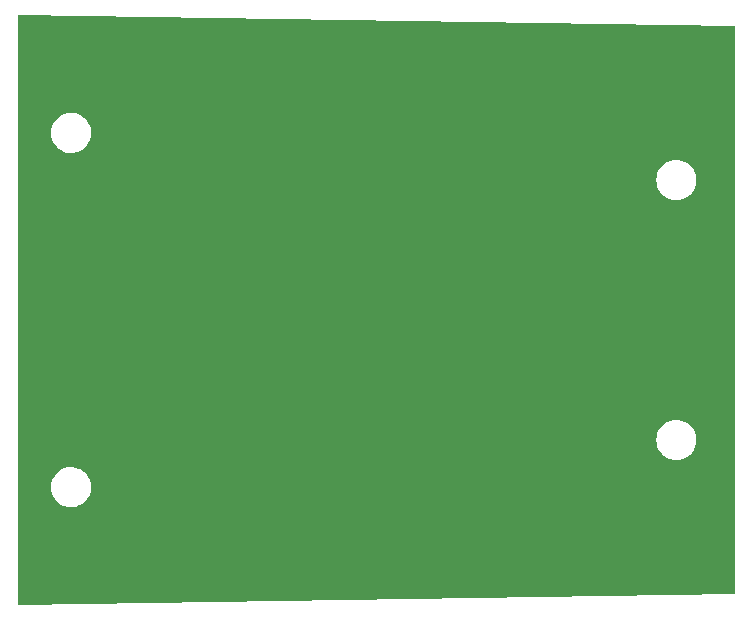
<source format=gbr>
%TF.GenerationSoftware,KiCad,Pcbnew,8.0.0-rc3*%
%TF.CreationDate,2024-02-21T00:17:18-08:00*%
%TF.ProjectId,hb100_horn_vertical_wall,68623130-305f-4686-9f72-6e5f76657274,rev?*%
%TF.SameCoordinates,Original*%
%TF.FileFunction,Copper,L1,Top*%
%TF.FilePolarity,Positive*%
%FSLAX46Y46*%
G04 Gerber Fmt 4.6, Leading zero omitted, Abs format (unit mm)*
G04 Created by KiCad (PCBNEW 8.0.0-rc3) date 2024-02-21 00:17:18*
%MOMM*%
%LPD*%
G01*
G04 APERTURE LIST*
G04 APERTURE END LIST*
%TA.AperFunction,NonConductor*%
G36*
X97377925Y-33385997D02*
G01*
X97444650Y-33406721D01*
X97489579Y-33460229D01*
X97499998Y-33509982D01*
X97499999Y-81377911D01*
X97480314Y-81444950D01*
X97427510Y-81490705D01*
X97377926Y-81501896D01*
X36878498Y-82441991D01*
X36811160Y-82423350D01*
X36764591Y-82371264D01*
X36752571Y-82318006D01*
X36752571Y-72443947D01*
X39550071Y-72443947D01*
X39570023Y-72703831D01*
X39570023Y-72703836D01*
X39629412Y-72957624D01*
X39629413Y-72957629D01*
X39726849Y-73199382D01*
X39726853Y-73199388D01*
X39860046Y-73423428D01*
X40025883Y-73624517D01*
X40127366Y-73714958D01*
X40220471Y-73797933D01*
X40220479Y-73797940D01*
X40439248Y-73939613D01*
X40439256Y-73939617D01*
X40677095Y-74046238D01*
X40677097Y-74046239D01*
X40787433Y-74076559D01*
X40928431Y-74115307D01*
X41187362Y-74145199D01*
X41447821Y-74135216D01*
X41703703Y-74085590D01*
X41703706Y-74085589D01*
X41949007Y-73997488D01*
X41949008Y-73997487D01*
X41949012Y-73997486D01*
X42177997Y-73872968D01*
X42385290Y-73714955D01*
X42566033Y-73527151D01*
X42715991Y-73313957D01*
X42831646Y-73080371D01*
X42910290Y-72831868D01*
X42950078Y-72574272D01*
X42952572Y-72443947D01*
X42950078Y-72313622D01*
X42910290Y-72056026D01*
X42831646Y-71807523D01*
X42715991Y-71573937D01*
X42566033Y-71360743D01*
X42385290Y-71172939D01*
X42177997Y-71014926D01*
X42048072Y-70944275D01*
X41949007Y-70890405D01*
X41703706Y-70802304D01*
X41447821Y-70752677D01*
X41187362Y-70742695D01*
X40928429Y-70772587D01*
X40928425Y-70772588D01*
X40677097Y-70841654D01*
X40677095Y-70841655D01*
X40439256Y-70948276D01*
X40439248Y-70948280D01*
X40220479Y-71089953D01*
X40220471Y-71089960D01*
X40025881Y-71263378D01*
X39860045Y-71464467D01*
X39726853Y-71688505D01*
X39726849Y-71688511D01*
X39629413Y-71930264D01*
X39629412Y-71930269D01*
X39570023Y-72184057D01*
X39570023Y-72184062D01*
X39550071Y-72443944D01*
X39550071Y-72443947D01*
X36752571Y-72443947D01*
X36752571Y-68443949D01*
X90797500Y-68443949D01*
X90817452Y-68703832D01*
X90817452Y-68703837D01*
X90876841Y-68957625D01*
X90876842Y-68957630D01*
X90974278Y-69199383D01*
X90974282Y-69199389D01*
X91107475Y-69423429D01*
X91273311Y-69624517D01*
X91374794Y-69714958D01*
X91467900Y-69797934D01*
X91467909Y-69797941D01*
X91686675Y-69939613D01*
X91686679Y-69939614D01*
X91686681Y-69939616D01*
X91924525Y-70046239D01*
X91924526Y-70046239D01*
X91924528Y-70046240D01*
X92008302Y-70069261D01*
X92175858Y-70115307D01*
X92434789Y-70145199D01*
X92695247Y-70135216D01*
X92951130Y-70085590D01*
X93196438Y-69997486D01*
X93425422Y-69872968D01*
X93632716Y-69714955D01*
X93813459Y-69527151D01*
X93963416Y-69313958D01*
X94079071Y-69080372D01*
X94157715Y-68831869D01*
X94197503Y-68574274D01*
X94199997Y-68443949D01*
X94197503Y-68313624D01*
X94157715Y-68056029D01*
X94079071Y-67807526D01*
X93963416Y-67573940D01*
X93813459Y-67360747D01*
X93632716Y-67172943D01*
X93632711Y-67172939D01*
X93425423Y-67014930D01*
X93425418Y-67014927D01*
X93196442Y-66890413D01*
X93196435Y-66890410D01*
X92951133Y-66802308D01*
X92695243Y-66752681D01*
X92695248Y-66752681D01*
X92434789Y-66742699D01*
X92175856Y-66772591D01*
X92175852Y-66772592D01*
X91924528Y-66841657D01*
X91686675Y-66948284D01*
X91467909Y-67089956D01*
X91467900Y-67089963D01*
X91273310Y-67263382D01*
X91107474Y-67464470D01*
X90974282Y-67688508D01*
X90974278Y-67688514D01*
X90876842Y-67930267D01*
X90876841Y-67930272D01*
X90817452Y-68184060D01*
X90817452Y-68184065D01*
X90797500Y-68443946D01*
X90797500Y-68443949D01*
X36752571Y-68443949D01*
X36752571Y-66742699D01*
X36752571Y-46443947D01*
X90797498Y-46443947D01*
X90817450Y-46703831D01*
X90817450Y-46703836D01*
X90876839Y-46957624D01*
X90876840Y-46957629D01*
X90974276Y-47199382D01*
X90974280Y-47199388D01*
X91107473Y-47423428D01*
X91273310Y-47624518D01*
X91467899Y-47797934D01*
X91467907Y-47797941D01*
X91686676Y-47939614D01*
X91686679Y-47939614D01*
X91686681Y-47939616D01*
X91924525Y-48046240D01*
X92175859Y-48115308D01*
X92434790Y-48145200D01*
X92695249Y-48135217D01*
X92951132Y-48085591D01*
X93060697Y-48046240D01*
X93196435Y-47997489D01*
X93196436Y-47997488D01*
X93196440Y-47997487D01*
X93425425Y-47872969D01*
X93632719Y-47714956D01*
X93813462Y-47527151D01*
X93963419Y-47313958D01*
X94079075Y-47080371D01*
X94157719Y-46831868D01*
X94197507Y-46574272D01*
X94200001Y-46443947D01*
X94197507Y-46313622D01*
X94157719Y-46056026D01*
X94079075Y-45807523D01*
X93963419Y-45573936D01*
X93813462Y-45360743D01*
X93813458Y-45360739D01*
X93813455Y-45360735D01*
X93632719Y-45172938D01*
X93632717Y-45172936D01*
X93425428Y-45014927D01*
X93425426Y-45014926D01*
X93425425Y-45014925D01*
X93295500Y-44944274D01*
X93196435Y-44890404D01*
X92951135Y-44802303D01*
X92695245Y-44752676D01*
X92695250Y-44752676D01*
X92434790Y-44742694D01*
X92175857Y-44772586D01*
X92175853Y-44772587D01*
X91924525Y-44841653D01*
X91686680Y-44948278D01*
X91686676Y-44948279D01*
X91467907Y-45089952D01*
X91467899Y-45089959D01*
X91273309Y-45263377D01*
X91107472Y-45464467D01*
X90974280Y-45688505D01*
X90974276Y-45688511D01*
X90876840Y-45930264D01*
X90876839Y-45930269D01*
X90817450Y-46184057D01*
X90817450Y-46184062D01*
X90797498Y-46443944D01*
X90797498Y-46443947D01*
X36752571Y-46443947D01*
X36752571Y-42443947D01*
X39550070Y-42443947D01*
X39570022Y-42703831D01*
X39570022Y-42703836D01*
X39629411Y-42957624D01*
X39629412Y-42957629D01*
X39726848Y-43199382D01*
X39726852Y-43199388D01*
X39860045Y-43423428D01*
X40025882Y-43624518D01*
X40220471Y-43797934D01*
X40220479Y-43797941D01*
X40439248Y-43939614D01*
X40439251Y-43939614D01*
X40439253Y-43939616D01*
X40677097Y-44046240D01*
X40928431Y-44115308D01*
X41187362Y-44145200D01*
X41447821Y-44135217D01*
X41703704Y-44085591D01*
X41813269Y-44046240D01*
X41949007Y-43997489D01*
X41949008Y-43997488D01*
X41949012Y-43997487D01*
X42177997Y-43872969D01*
X42385291Y-43714956D01*
X42566034Y-43527151D01*
X42715991Y-43313958D01*
X42831647Y-43080371D01*
X42910291Y-42831868D01*
X42950079Y-42574272D01*
X42952573Y-42443947D01*
X42950079Y-42313622D01*
X42910291Y-42056026D01*
X42831647Y-41807523D01*
X42715991Y-41573936D01*
X42566034Y-41360743D01*
X42566030Y-41360739D01*
X42566027Y-41360735D01*
X42385291Y-41172938D01*
X42385289Y-41172936D01*
X42178000Y-41014927D01*
X42177998Y-41014926D01*
X42177997Y-41014925D01*
X42048072Y-40944274D01*
X41949007Y-40890404D01*
X41703707Y-40802303D01*
X41447817Y-40752676D01*
X41447822Y-40752676D01*
X41187362Y-40742694D01*
X40928429Y-40772586D01*
X40928425Y-40772587D01*
X40677097Y-40841653D01*
X40439252Y-40948278D01*
X40439248Y-40948279D01*
X40220479Y-41089952D01*
X40220471Y-41089959D01*
X40025881Y-41263377D01*
X39860044Y-41464467D01*
X39726852Y-41688505D01*
X39726848Y-41688511D01*
X39629412Y-41930264D01*
X39629411Y-41930269D01*
X39570022Y-42184057D01*
X39570022Y-42184062D01*
X39550070Y-42443944D01*
X39550070Y-42443947D01*
X36752571Y-42443947D01*
X36752571Y-32569885D01*
X36772256Y-32502850D01*
X36825060Y-32457095D01*
X36878494Y-32445904D01*
X97377925Y-33385997D01*
G37*
%TD.AperFunction*%
M02*

</source>
